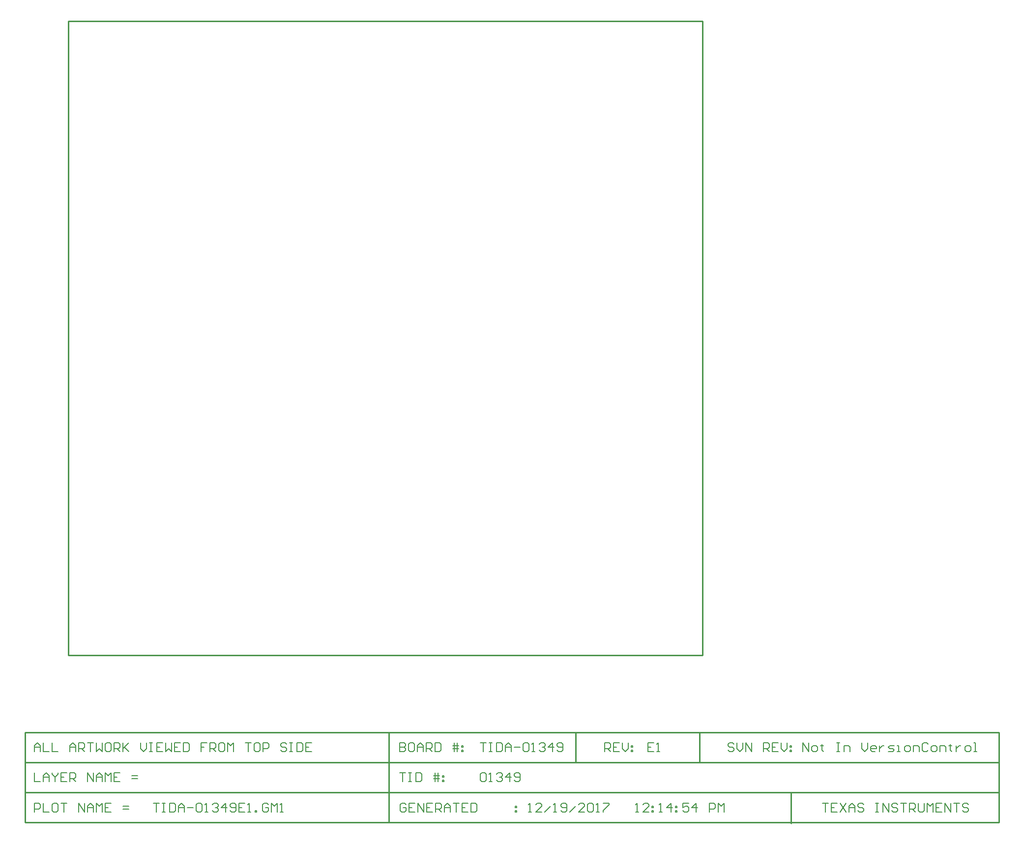
<source format=gm1>
G04 Layer_Color=11296232*
%FSAX25Y25*%
%MOIN*%
G70*
G01*
G75*
%ADD24C,0.01000*%
%ADD31C,0.00800*%
G54D24*
X0499200Y0153400D02*
Y0583400D01*
X0069200D02*
X0499200D01*
X0069200Y0153400D02*
X0499200D01*
X0069200D02*
Y0583400D01*
X0559400Y0039400D02*
Y0059683D01*
X0440500Y0040050D02*
X0700200D01*
Y0101050D01*
X0286500Y0040050D02*
Y0101050D01*
X0040000Y0040050D02*
Y0101050D01*
X0040050Y0040050D02*
X0197600D01*
X0040050D02*
Y0101050D01*
Y0101050D02*
X0700200D01*
X0040000Y0040050D02*
X0440500D01*
X0040000Y0060383D02*
X0700000D01*
X0040000Y0080717D02*
X0700200D01*
X0413200D02*
Y0101050D01*
X0497200Y0080717D02*
Y0101050D01*
G54D31*
X0348550Y0072498D02*
X0349550Y0073498D01*
X0351549D01*
X0352549Y0072498D01*
Y0068500D01*
X0351549Y0067500D01*
X0349550D01*
X0348550Y0068500D01*
Y0072498D01*
X0354548Y0067500D02*
X0356547D01*
X0355548D01*
Y0073498D01*
X0354548Y0072498D01*
X0359546D02*
X0360546Y0073498D01*
X0362545D01*
X0363545Y0072498D01*
Y0071499D01*
X0362545Y0070499D01*
X0361546D01*
X0362545D01*
X0363545Y0069499D01*
Y0068500D01*
X0362545Y0067500D01*
X0360546D01*
X0359546Y0068500D01*
X0368544Y0067500D02*
Y0073498D01*
X0365545Y0070499D01*
X0369543D01*
X0371543Y0068500D02*
X0372542Y0067500D01*
X0374542D01*
X0375541Y0068500D01*
Y0072498D01*
X0374542Y0073498D01*
X0372542D01*
X0371543Y0072498D01*
Y0071499D01*
X0372542Y0070499D01*
X0375541D01*
X0294000Y0073498D02*
X0297999D01*
X0295999D01*
Y0067500D01*
X0299998Y0073498D02*
X0301997D01*
X0300998D01*
Y0067500D01*
X0299998D01*
X0301997D01*
X0304996Y0073498D02*
Y0067500D01*
X0307996D01*
X0308995Y0068500D01*
Y0072498D01*
X0307996Y0073498D01*
X0304996D01*
X0317992Y0067500D02*
Y0073498D01*
X0319992D02*
Y0067500D01*
X0316993Y0071499D02*
X0319992D01*
X0320991D01*
X0316993Y0069499D02*
X0320991D01*
X0322991Y0071499D02*
X0323990D01*
Y0070499D01*
X0322991D01*
Y0071499D01*
Y0068500D02*
X0323990D01*
Y0067500D01*
X0322991D01*
Y0068500D01*
X0580500Y0052965D02*
X0584499D01*
X0582499D01*
Y0046966D01*
X0590497Y0052965D02*
X0586498D01*
Y0046966D01*
X0590497D01*
X0586498Y0049966D02*
X0588497D01*
X0592496Y0052965D02*
X0596495Y0046966D01*
Y0052965D02*
X0592496Y0046966D01*
X0598494D02*
Y0050965D01*
X0600493Y0052965D01*
X0602493Y0050965D01*
Y0046966D01*
Y0049966D01*
X0598494D01*
X0608491Y0051965D02*
X0607491Y0052965D01*
X0605492D01*
X0604492Y0051965D01*
Y0050965D01*
X0605492Y0049966D01*
X0607491D01*
X0608491Y0048966D01*
Y0047966D01*
X0607491Y0046966D01*
X0605492D01*
X0604492Y0047966D01*
X0616488Y0052965D02*
X0618488D01*
X0617488D01*
Y0046966D01*
X0616488D01*
X0618488D01*
X0621487D02*
Y0052965D01*
X0625486Y0046966D01*
Y0052965D01*
X0631484Y0051965D02*
X0630484Y0052965D01*
X0628484D01*
X0627485Y0051965D01*
Y0050965D01*
X0628484Y0049966D01*
X0630484D01*
X0631484Y0048966D01*
Y0047966D01*
X0630484Y0046966D01*
X0628484D01*
X0627485Y0047966D01*
X0633483Y0052965D02*
X0637482D01*
X0635482D01*
Y0046966D01*
X0639481D02*
Y0052965D01*
X0642480D01*
X0643480Y0051965D01*
Y0049966D01*
X0642480Y0048966D01*
X0639481D01*
X0641480D02*
X0643480Y0046966D01*
X0645479Y0052965D02*
Y0047966D01*
X0646479Y0046966D01*
X0648478D01*
X0649478Y0047966D01*
Y0052965D01*
X0651477Y0046966D02*
Y0052965D01*
X0653476Y0050965D01*
X0655476Y0052965D01*
Y0046966D01*
X0661474Y0052965D02*
X0657475D01*
Y0046966D01*
X0661474D01*
X0657475Y0049966D02*
X0659474D01*
X0663473Y0046966D02*
Y0052965D01*
X0667472Y0046966D01*
Y0052965D01*
X0669471D02*
X0673470D01*
X0671471D01*
Y0046966D01*
X0679468Y0051965D02*
X0678468Y0052965D01*
X0676469D01*
X0675469Y0051965D01*
Y0050965D01*
X0676469Y0049966D01*
X0678468D01*
X0679468Y0048966D01*
Y0047966D01*
X0678468Y0046966D01*
X0676469D01*
X0675469Y0047966D01*
X0454050Y0046966D02*
X0456049D01*
X0455050D01*
Y0052965D01*
X0454050Y0051965D01*
X0463047Y0046966D02*
X0459048D01*
X0463047Y0050965D01*
Y0051965D01*
X0462047Y0052965D01*
X0460048D01*
X0459048Y0051965D01*
X0465046Y0050965D02*
X0466046D01*
Y0049966D01*
X0465046D01*
Y0050965D01*
Y0047966D02*
X0466046D01*
Y0046966D01*
X0465046D01*
Y0047966D01*
X0470045Y0046966D02*
X0472044D01*
X0471044D01*
Y0052965D01*
X0470045Y0051965D01*
X0478042Y0046966D02*
Y0052965D01*
X0475043Y0049966D01*
X0479042D01*
X0481041Y0050965D02*
X0482041D01*
Y0049966D01*
X0481041D01*
Y0050965D01*
Y0047966D02*
X0482041D01*
Y0046966D01*
X0481041D01*
Y0047966D01*
X0490038Y0052965D02*
X0486040D01*
Y0049966D01*
X0488039Y0050965D01*
X0489039D01*
X0490038Y0049966D01*
Y0047966D01*
X0489039Y0046966D01*
X0487039D01*
X0486040Y0047966D01*
X0495037Y0046966D02*
Y0052965D01*
X0492038Y0049966D01*
X0496036D01*
X0504034Y0046966D02*
Y0052965D01*
X0507033D01*
X0508033Y0051965D01*
Y0049966D01*
X0507033Y0048966D01*
X0504034D01*
X0510032Y0046966D02*
Y0052965D01*
X0512031Y0050965D01*
X0514031Y0052965D01*
Y0046966D01*
X0046350D02*
Y0052965D01*
X0049349D01*
X0050349Y0051965D01*
Y0049966D01*
X0049349Y0048966D01*
X0046350D01*
X0052348Y0052965D02*
Y0046966D01*
X0056347D01*
X0061345Y0052965D02*
X0059346D01*
X0058346Y0051965D01*
Y0047966D01*
X0059346Y0046966D01*
X0061345D01*
X0062345Y0047966D01*
Y0051965D01*
X0061345Y0052965D01*
X0064344D02*
X0068343D01*
X0066343D01*
Y0046966D01*
X0076340D02*
Y0052965D01*
X0080339Y0046966D01*
Y0052965D01*
X0082338Y0046966D02*
Y0050965D01*
X0084338Y0052965D01*
X0086337Y0050965D01*
Y0046966D01*
Y0049966D01*
X0082338D01*
X0088336Y0046966D02*
Y0052965D01*
X0090336Y0050965D01*
X0092335Y0052965D01*
Y0046966D01*
X0098333Y0052965D02*
X0094335D01*
Y0046966D01*
X0098333D01*
X0094335Y0049966D02*
X0096334D01*
X0106331Y0048966D02*
X0110329D01*
X0106331Y0050965D02*
X0110329D01*
X0046350Y0073549D02*
Y0067551D01*
X0050349D01*
X0052348D02*
Y0071549D01*
X0054347Y0073549D01*
X0056347Y0071549D01*
Y0067551D01*
Y0070550D01*
X0052348D01*
X0058346Y0073549D02*
Y0072549D01*
X0060346Y0070550D01*
X0062345Y0072549D01*
Y0073549D01*
X0060346Y0070550D02*
Y0067551D01*
X0068343Y0073549D02*
X0064344D01*
Y0067551D01*
X0068343D01*
X0064344Y0070550D02*
X0066343D01*
X0070342Y0067551D02*
Y0073549D01*
X0073341D01*
X0074341Y0072549D01*
Y0070550D01*
X0073341Y0069550D01*
X0070342D01*
X0072342D02*
X0074341Y0067551D01*
X0082338D02*
Y0073549D01*
X0086337Y0067551D01*
Y0073549D01*
X0088336Y0067551D02*
Y0071549D01*
X0090336Y0073549D01*
X0092335Y0071549D01*
Y0067551D01*
Y0070550D01*
X0088336D01*
X0094335Y0067551D02*
Y0073549D01*
X0096334Y0071549D01*
X0098333Y0073549D01*
Y0067551D01*
X0104331Y0073549D02*
X0100332D01*
Y0067551D01*
X0104331D01*
X0100332Y0070550D02*
X0102332D01*
X0112329Y0069550D02*
X0116327D01*
X0112329Y0071549D02*
X0116327D01*
X0294000Y0093831D02*
Y0087833D01*
X0296999D01*
X0297999Y0088833D01*
Y0089833D01*
X0296999Y0090832D01*
X0294000D01*
X0296999D01*
X0297999Y0091832D01*
Y0092832D01*
X0296999Y0093831D01*
X0294000D01*
X0302997D02*
X0300998D01*
X0299998Y0092832D01*
Y0088833D01*
X0300998Y0087833D01*
X0302997D01*
X0303997Y0088833D01*
Y0092832D01*
X0302997Y0093831D01*
X0305996Y0087833D02*
Y0091832D01*
X0307996Y0093831D01*
X0309995Y0091832D01*
Y0087833D01*
Y0090832D01*
X0305996D01*
X0311994Y0087833D02*
Y0093831D01*
X0314993D01*
X0315993Y0092832D01*
Y0090832D01*
X0314993Y0089833D01*
X0311994D01*
X0313994D02*
X0315993Y0087833D01*
X0317992Y0093831D02*
Y0087833D01*
X0320991D01*
X0321991Y0088833D01*
Y0092832D01*
X0320991Y0093831D01*
X0317992D01*
X0330988Y0087833D02*
Y0093831D01*
X0332987D02*
Y0087833D01*
X0329988Y0091832D02*
X0332987D01*
X0333987D01*
X0329988Y0089833D02*
X0333987D01*
X0335986Y0091832D02*
X0336986D01*
Y0090832D01*
X0335986D01*
Y0091832D01*
Y0088833D02*
X0336986D01*
Y0087833D01*
X0335986D01*
Y0088833D01*
X0348550Y0093831D02*
X0352549D01*
X0350549D01*
Y0087833D01*
X0354548Y0093831D02*
X0356547D01*
X0355548D01*
Y0087833D01*
X0354548D01*
X0356547D01*
X0359546Y0093831D02*
Y0087833D01*
X0362545D01*
X0363545Y0088833D01*
Y0092832D01*
X0362545Y0093831D01*
X0359546D01*
X0365545Y0087833D02*
Y0091832D01*
X0367544Y0093831D01*
X0369543Y0091832D01*
Y0087833D01*
Y0090832D01*
X0365545D01*
X0371543D02*
X0375541D01*
X0377541Y0092832D02*
X0378540Y0093831D01*
X0380540D01*
X0381539Y0092832D01*
Y0088833D01*
X0380540Y0087833D01*
X0378540D01*
X0377541Y0088833D01*
Y0092832D01*
X0383539Y0087833D02*
X0385538D01*
X0384538D01*
Y0093831D01*
X0383539Y0092832D01*
X0388537D02*
X0389537Y0093831D01*
X0391536D01*
X0392536Y0092832D01*
Y0091832D01*
X0391536Y0090832D01*
X0390536D01*
X0391536D01*
X0392536Y0089833D01*
Y0088833D01*
X0391536Y0087833D01*
X0389537D01*
X0388537Y0088833D01*
X0397534Y0087833D02*
Y0093831D01*
X0394535Y0090832D01*
X0398534D01*
X0400533Y0088833D02*
X0401533Y0087833D01*
X0403532D01*
X0404532Y0088833D01*
Y0092832D01*
X0403532Y0093831D01*
X0401533D01*
X0400533Y0092832D01*
Y0091832D01*
X0401533Y0090832D01*
X0404532D01*
X0466149Y0093831D02*
X0462150D01*
Y0087833D01*
X0466149D01*
X0462150Y0090832D02*
X0464149D01*
X0468148Y0087833D02*
X0470147D01*
X0469148D01*
Y0093831D01*
X0468148Y0092832D01*
X0046350Y0087833D02*
Y0091832D01*
X0048349Y0093831D01*
X0050349Y0091832D01*
Y0087833D01*
Y0090832D01*
X0046350D01*
X0052348Y0093831D02*
Y0087833D01*
X0056347D01*
X0058346Y0093831D02*
Y0087833D01*
X0062345D01*
X0070342D02*
Y0091832D01*
X0072342Y0093831D01*
X0074341Y0091832D01*
Y0087833D01*
Y0090832D01*
X0070342D01*
X0076340Y0087833D02*
Y0093831D01*
X0079339D01*
X0080339Y0092832D01*
Y0090832D01*
X0079339Y0089833D01*
X0076340D01*
X0078340D02*
X0080339Y0087833D01*
X0082338Y0093831D02*
X0086337D01*
X0084338D01*
Y0087833D01*
X0088336Y0093831D02*
Y0087833D01*
X0090336Y0089833D01*
X0092335Y0087833D01*
Y0093831D01*
X0097334D02*
X0095334D01*
X0094335Y0092832D01*
Y0088833D01*
X0095334Y0087833D01*
X0097334D01*
X0098333Y0088833D01*
Y0092832D01*
X0097334Y0093831D01*
X0100332Y0087833D02*
Y0093831D01*
X0103332D01*
X0104331Y0092832D01*
Y0090832D01*
X0103332Y0089833D01*
X0100332D01*
X0102332D02*
X0104331Y0087833D01*
X0106331Y0093831D02*
Y0087833D01*
Y0089833D01*
X0110329Y0093831D01*
X0107330Y0090832D01*
X0110329Y0087833D01*
X0118327Y0093831D02*
Y0089833D01*
X0120326Y0087833D01*
X0122325Y0089833D01*
Y0093831D01*
X0124325D02*
X0126324D01*
X0125324D01*
Y0087833D01*
X0124325D01*
X0126324D01*
X0133322Y0093831D02*
X0129323D01*
Y0087833D01*
X0133322D01*
X0129323Y0090832D02*
X0131323D01*
X0135321Y0093831D02*
Y0087833D01*
X0137321Y0089833D01*
X0139320Y0087833D01*
Y0093831D01*
X0145318D02*
X0141319D01*
Y0087833D01*
X0145318D01*
X0141319Y0090832D02*
X0143319D01*
X0147317Y0093831D02*
Y0087833D01*
X0150316D01*
X0151316Y0088833D01*
Y0092832D01*
X0150316Y0093831D01*
X0147317D01*
X0163312D02*
X0159313D01*
Y0090832D01*
X0161313D01*
X0159313D01*
Y0087833D01*
X0165312D02*
Y0093831D01*
X0168310D01*
X0169310Y0092832D01*
Y0090832D01*
X0168310Y0089833D01*
X0165312D01*
X0167311D02*
X0169310Y0087833D01*
X0174309Y0093831D02*
X0172309D01*
X0171310Y0092832D01*
Y0088833D01*
X0172309Y0087833D01*
X0174309D01*
X0175308Y0088833D01*
Y0092832D01*
X0174309Y0093831D01*
X0177308Y0087833D02*
Y0093831D01*
X0179307Y0091832D01*
X0181306Y0093831D01*
Y0087833D01*
X0189304Y0093831D02*
X0193303D01*
X0191303D01*
Y0087833D01*
X0198301Y0093831D02*
X0196301D01*
X0195302Y0092832D01*
Y0088833D01*
X0196301Y0087833D01*
X0198301D01*
X0199301Y0088833D01*
Y0092832D01*
X0198301Y0093831D01*
X0201300Y0087833D02*
Y0093831D01*
X0204299D01*
X0205299Y0092832D01*
Y0090832D01*
X0204299Y0089833D01*
X0201300D01*
X0217295Y0092832D02*
X0216295Y0093831D01*
X0214296D01*
X0213296Y0092832D01*
Y0091832D01*
X0214296Y0090832D01*
X0216295D01*
X0217295Y0089833D01*
Y0088833D01*
X0216295Y0087833D01*
X0214296D01*
X0213296Y0088833D01*
X0219294Y0093831D02*
X0221293D01*
X0220294D01*
Y0087833D01*
X0219294D01*
X0221293D01*
X0224292Y0093831D02*
Y0087833D01*
X0227291D01*
X0228291Y0088833D01*
Y0092832D01*
X0227291Y0093831D01*
X0224292D01*
X0234289D02*
X0230291D01*
Y0087833D01*
X0234289D01*
X0230291Y0090832D02*
X0232290D01*
X0298199Y0051965D02*
X0297199Y0052965D01*
X0295200D01*
X0294200Y0051965D01*
Y0047966D01*
X0295200Y0046966D01*
X0297199D01*
X0298199Y0047966D01*
Y0049966D01*
X0296199D01*
X0304197Y0052965D02*
X0300198D01*
Y0046966D01*
X0304197D01*
X0300198Y0049966D02*
X0302197D01*
X0306196Y0046966D02*
Y0052965D01*
X0310195Y0046966D01*
Y0052965D01*
X0316193D02*
X0312194D01*
Y0046966D01*
X0316193D01*
X0312194Y0049966D02*
X0314194D01*
X0318192Y0046966D02*
Y0052965D01*
X0321191D01*
X0322191Y0051965D01*
Y0049966D01*
X0321191Y0048966D01*
X0318192D01*
X0320192D02*
X0322191Y0046966D01*
X0324190D02*
Y0050965D01*
X0326190Y0052965D01*
X0328189Y0050965D01*
Y0046966D01*
Y0049966D01*
X0324190D01*
X0330188Y0052965D02*
X0334187D01*
X0332188D01*
Y0046966D01*
X0340185Y0052965D02*
X0336186D01*
Y0046966D01*
X0340185D01*
X0336186Y0049966D02*
X0338186D01*
X0342184Y0052965D02*
Y0046966D01*
X0345183D01*
X0346183Y0047966D01*
Y0051965D01*
X0345183Y0052965D01*
X0342184D01*
X0372175Y0050965D02*
X0373175D01*
Y0049966D01*
X0372175D01*
Y0050965D01*
Y0047966D02*
X0373175D01*
Y0046966D01*
X0372175D01*
Y0047966D01*
X0381150Y0046966D02*
X0383149D01*
X0382150D01*
Y0052965D01*
X0381150Y0051965D01*
X0390147Y0046966D02*
X0386148D01*
X0390147Y0050965D01*
Y0051965D01*
X0389147Y0052965D01*
X0387148D01*
X0386148Y0051965D01*
X0392146Y0046966D02*
X0396145Y0050965D01*
X0398145Y0046966D02*
X0400144D01*
X0399144D01*
Y0052965D01*
X0398145Y0051965D01*
X0403143Y0047966D02*
X0404143Y0046966D01*
X0406142D01*
X0407142Y0047966D01*
Y0051965D01*
X0406142Y0052965D01*
X0404143D01*
X0403143Y0051965D01*
Y0050965D01*
X0404143Y0049966D01*
X0407142D01*
X0409141Y0046966D02*
X0413140Y0050965D01*
X0419138Y0046966D02*
X0415139D01*
X0419138Y0050965D01*
Y0051965D01*
X0418138Y0052965D01*
X0416139D01*
X0415139Y0051965D01*
X0421137D02*
X0422137Y0052965D01*
X0424136D01*
X0425136Y0051965D01*
Y0047966D01*
X0424136Y0046966D01*
X0422137D01*
X0421137Y0047966D01*
Y0051965D01*
X0427135Y0046966D02*
X0429135D01*
X0428135D01*
Y0052965D01*
X0427135Y0051965D01*
X0432133Y0052965D02*
X0436132D01*
Y0051965D01*
X0432133Y0047966D01*
Y0046966D01*
X0126900Y0052965D02*
X0130899D01*
X0128899D01*
Y0046966D01*
X0132898Y0052965D02*
X0134897D01*
X0133898D01*
Y0046966D01*
X0132898D01*
X0134897D01*
X0137896Y0052965D02*
Y0046966D01*
X0140895D01*
X0141895Y0047966D01*
Y0051965D01*
X0140895Y0052965D01*
X0137896D01*
X0143895Y0046966D02*
Y0050965D01*
X0145894Y0052965D01*
X0147893Y0050965D01*
Y0046966D01*
Y0049966D01*
X0143895D01*
X0149893D02*
X0153891D01*
X0155891Y0051965D02*
X0156890Y0052965D01*
X0158890D01*
X0159889Y0051965D01*
Y0047966D01*
X0158890Y0046966D01*
X0156890D01*
X0155891Y0047966D01*
Y0051965D01*
X0161889Y0046966D02*
X0163888D01*
X0162888D01*
Y0052965D01*
X0161889Y0051965D01*
X0166887D02*
X0167887Y0052965D01*
X0169886D01*
X0170886Y0051965D01*
Y0050965D01*
X0169886Y0049966D01*
X0168886D01*
X0169886D01*
X0170886Y0048966D01*
Y0047966D01*
X0169886Y0046966D01*
X0167887D01*
X0166887Y0047966D01*
X0175884Y0046966D02*
Y0052965D01*
X0172885Y0049966D01*
X0176884D01*
X0178883Y0047966D02*
X0179883Y0046966D01*
X0181882D01*
X0182882Y0047966D01*
Y0051965D01*
X0181882Y0052965D01*
X0179883D01*
X0178883Y0051965D01*
Y0050965D01*
X0179883Y0049966D01*
X0182882D01*
X0188880Y0052965D02*
X0184881D01*
Y0046966D01*
X0188880D01*
X0184881Y0049966D02*
X0186881D01*
X0190879Y0046966D02*
X0192879D01*
X0191879D01*
Y0052965D01*
X0190879Y0051965D01*
X0195878Y0046966D02*
Y0047966D01*
X0196877D01*
Y0046966D01*
X0195878D01*
X0204875Y0051965D02*
X0203875Y0052965D01*
X0201876D01*
X0200876Y0051965D01*
Y0047966D01*
X0201876Y0046966D01*
X0203875D01*
X0204875Y0047966D01*
Y0049966D01*
X0202875D01*
X0206874Y0046966D02*
Y0052965D01*
X0208874Y0050965D01*
X0210873Y0052965D01*
Y0046966D01*
X0212872D02*
X0214872D01*
X0213872D01*
Y0052965D01*
X0212872Y0051965D01*
X0433000Y0087833D02*
Y0093831D01*
X0435999D01*
X0436999Y0092832D01*
Y0090832D01*
X0435999Y0089833D01*
X0433000D01*
X0434999D02*
X0436999Y0087833D01*
X0442997Y0093831D02*
X0438998D01*
Y0087833D01*
X0442997D01*
X0438998Y0090832D02*
X0440997D01*
X0444996Y0093831D02*
Y0089833D01*
X0446995Y0087833D01*
X0448995Y0089833D01*
Y0093831D01*
X0450994Y0091832D02*
X0451994D01*
Y0090832D01*
X0450994D01*
Y0091832D01*
Y0088833D02*
X0451994D01*
Y0087833D01*
X0450994D01*
Y0088833D01*
X0520799Y0092832D02*
X0519799Y0093831D01*
X0517800D01*
X0516800Y0092832D01*
Y0091832D01*
X0517800Y0090832D01*
X0519799D01*
X0520799Y0089833D01*
Y0088833D01*
X0519799Y0087833D01*
X0517800D01*
X0516800Y0088833D01*
X0522798Y0093831D02*
Y0089833D01*
X0524797Y0087833D01*
X0526797Y0089833D01*
Y0093831D01*
X0528796Y0087833D02*
Y0093831D01*
X0532795Y0087833D01*
Y0093831D01*
X0540792Y0087833D02*
Y0093831D01*
X0543791D01*
X0544791Y0092832D01*
Y0090832D01*
X0543791Y0089833D01*
X0540792D01*
X0542792D02*
X0544791Y0087833D01*
X0550789Y0093831D02*
X0546790D01*
Y0087833D01*
X0550789D01*
X0546790Y0090832D02*
X0548790D01*
X0552788Y0093831D02*
Y0089833D01*
X0554788Y0087833D01*
X0556787Y0089833D01*
Y0093831D01*
X0558786Y0091832D02*
X0559786D01*
Y0090832D01*
X0558786D01*
Y0091832D01*
Y0088833D02*
X0559786D01*
Y0087833D01*
X0558786D01*
Y0088833D01*
X0567400Y0087833D02*
Y0093831D01*
X0571399Y0087833D01*
Y0093831D01*
X0574398Y0087833D02*
X0576397D01*
X0577397Y0088833D01*
Y0090832D01*
X0576397Y0091832D01*
X0574398D01*
X0573398Y0090832D01*
Y0088833D01*
X0574398Y0087833D01*
X0580396Y0092832D02*
Y0091832D01*
X0579396D01*
X0581395D01*
X0580396D01*
Y0088833D01*
X0581395Y0087833D01*
X0590393Y0093831D02*
X0592392D01*
X0591392D01*
Y0087833D01*
X0590393D01*
X0592392D01*
X0595391D02*
Y0091832D01*
X0598390D01*
X0599390Y0090832D01*
Y0087833D01*
X0607387Y0093831D02*
Y0089833D01*
X0609386Y0087833D01*
X0611386Y0089833D01*
Y0093831D01*
X0616384Y0087833D02*
X0614385D01*
X0613385Y0088833D01*
Y0090832D01*
X0614385Y0091832D01*
X0616384D01*
X0617384Y0090832D01*
Y0089833D01*
X0613385D01*
X0619383Y0091832D02*
Y0087833D01*
Y0089833D01*
X0620383Y0090832D01*
X0621383Y0091832D01*
X0622382D01*
X0625381Y0087833D02*
X0628380D01*
X0629380Y0088833D01*
X0628380Y0089833D01*
X0626381D01*
X0625381Y0090832D01*
X0626381Y0091832D01*
X0629380D01*
X0631379Y0087833D02*
X0633379D01*
X0632379D01*
Y0091832D01*
X0631379D01*
X0637377Y0087833D02*
X0639377D01*
X0640376Y0088833D01*
Y0090832D01*
X0639377Y0091832D01*
X0637377D01*
X0636378Y0090832D01*
Y0088833D01*
X0637377Y0087833D01*
X0642376D02*
Y0091832D01*
X0645375D01*
X0646374Y0090832D01*
Y0087833D01*
X0652373Y0092832D02*
X0651373Y0093831D01*
X0649373D01*
X0648374Y0092832D01*
Y0088833D01*
X0649373Y0087833D01*
X0651373D01*
X0652373Y0088833D01*
X0655372Y0087833D02*
X0657371D01*
X0658371Y0088833D01*
Y0090832D01*
X0657371Y0091832D01*
X0655372D01*
X0654372Y0090832D01*
Y0088833D01*
X0655372Y0087833D01*
X0660370D02*
Y0091832D01*
X0663369D01*
X0664369Y0090832D01*
Y0087833D01*
X0667368Y0092832D02*
Y0091832D01*
X0666368D01*
X0668367D01*
X0667368D01*
Y0088833D01*
X0668367Y0087833D01*
X0671366Y0091832D02*
Y0087833D01*
Y0089833D01*
X0672366Y0090832D01*
X0673366Y0091832D01*
X0674365D01*
X0678364Y0087833D02*
X0680364D01*
X0681363Y0088833D01*
Y0090832D01*
X0680364Y0091832D01*
X0678364D01*
X0677364Y0090832D01*
Y0088833D01*
X0678364Y0087833D01*
X0683362D02*
X0685362D01*
X0684362D01*
Y0093831D01*
X0683362D01*
M02*

</source>
